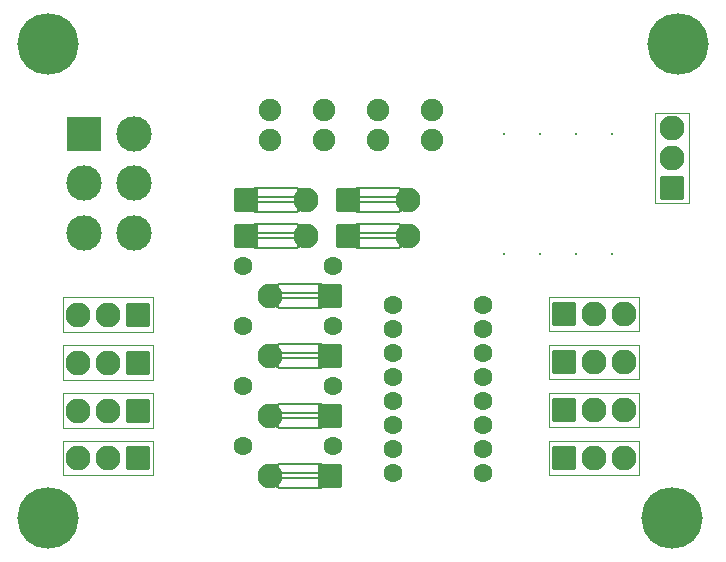
<source format=gts>
G04 Layer_Color=8388736*
%FSLAX44Y44*%
%MOMM*%
G71*
G01*
G75*
%ADD11C,0.1270*%
%ADD12C,0.0762*%
%ADD28C,2.1082*%
G04:AMPARAMS|DCode=29|XSize=2.1082mm|YSize=2.1082mm|CornerRadius=0.3397mm|HoleSize=0mm|Usage=FLASHONLY|Rotation=180.000|XOffset=0mm|YOffset=0mm|HoleType=Round|Shape=RoundedRectangle|*
%AMROUNDEDRECTD29*
21,1,2.1082,1.4287,0,0,180.0*
21,1,1.4287,2.1082,0,0,180.0*
1,1,0.6795,-0.7144,0.7144*
1,1,0.6795,0.7144,0.7144*
1,1,0.6795,0.7144,-0.7144*
1,1,0.6795,-0.7144,-0.7144*
%
%ADD29ROUNDEDRECTD29*%
G04:AMPARAMS|DCode=30|XSize=2.1082mm|YSize=2.1082mm|CornerRadius=0.3397mm|HoleSize=0mm|Usage=FLASHONLY|Rotation=90.000|XOffset=0mm|YOffset=0mm|HoleType=Round|Shape=RoundedRectangle|*
%AMROUNDEDRECTD30*
21,1,2.1082,1.4287,0,0,90.0*
21,1,1.4287,2.1082,0,0,90.0*
1,1,0.6795,0.7144,0.7144*
1,1,0.6795,0.7144,-0.7144*
1,1,0.6795,-0.7144,-0.7144*
1,1,0.6795,-0.7144,0.7144*
%
%ADD30ROUNDEDRECTD30*%
%ADD31C,5.2032*%
%ADD32C,1.6032*%
%ADD33C,0.2032*%
%ADD34C,1.9032*%
%ADD35R,3.0032X3.0032*%
%ADD36C,3.0032*%
D11*
X511084Y1068946D02*
G03*
X508403Y1063887I3354J-5018D01*
G01*
X508400Y1059550D02*
G03*
X511036Y1054536I6035J-27D01*
G01*
X558400Y1063890D02*
G03*
X555764Y1068904I-6035J27D01*
G01*
X555716Y1054494D02*
G03*
X558397Y1059553I-3354J5018D01*
G01*
X552073Y1071073D02*
G03*
X551400Y1071749I-899J-222D01*
G01*
X551590Y1063749D02*
G03*
X552073Y1071073I-109299J10891D01*
G01*
X515210Y1063749D02*
G03*
X514727Y1071073I-1662643J-106042D01*
G01*
X515400Y1071749D02*
G03*
X514727Y1071073I234J-906D01*
G01*
X551590Y1059691D02*
G03*
X552073Y1052367I1664497J106165D01*
G01*
X551400Y1051691D02*
G03*
X552073Y1052367I-234J906D01*
G01*
X514727Y1052367D02*
G03*
X515400Y1051691I899J222D01*
G01*
X515210Y1059691D02*
G03*
X514727Y1052367I109299J-10891D01*
G01*
X513867Y1063749D02*
G03*
X510900Y1066954I-13254J-9298D01*
G01*
X515400Y1071749D02*
G03*
X510900Y1067249I0J-4500D01*
G01*
X551400Y1051691D02*
G03*
X555900Y1056191I0J4500D01*
G01*
Y1067249D02*
G03*
X551400Y1071749I-4500J0D01*
G01*
X510900Y1056191D02*
G03*
X515400Y1051691I4500J0D01*
G01*
X508400Y1064720D02*
G03*
X508400Y1058720I0J-3000D01*
G01*
X558400D02*
G03*
X558400Y1064720I0J3000D01*
G01*
X424724Y1038466D02*
G03*
X422043Y1033407I3354J-5018D01*
G01*
X422040Y1029070D02*
G03*
X424676Y1024056I6035J-27D01*
G01*
X472040Y1033410D02*
G03*
X469404Y1038424I-6035J27D01*
G01*
X469356Y1024014D02*
G03*
X472037Y1029073I-3354J5018D01*
G01*
X465713Y1040593D02*
G03*
X465040Y1041269I-899J-222D01*
G01*
X465230Y1033269D02*
G03*
X465713Y1040593I-109299J10891D01*
G01*
X428850Y1033269D02*
G03*
X428367Y1040593I-1662643J-106042D01*
G01*
X429040Y1041269D02*
G03*
X428367Y1040593I234J-906D01*
G01*
X465230Y1029211D02*
G03*
X465713Y1021887I1664497J106165D01*
G01*
X465040Y1021211D02*
G03*
X465713Y1021887I-234J906D01*
G01*
X428367Y1021887D02*
G03*
X429040Y1021211I899J222D01*
G01*
X428850Y1029211D02*
G03*
X428367Y1021887I109299J-10891D01*
G01*
X427507Y1033269D02*
G03*
X424540Y1036473I-13254J-9298D01*
G01*
X429040Y1041269D02*
G03*
X424540Y1036769I0J-4500D01*
G01*
X465040Y1021211D02*
G03*
X469540Y1025711I0J4500D01*
G01*
Y1036769D02*
G03*
X465040Y1041269I-4500J0D01*
G01*
X424540Y1025711D02*
G03*
X429040Y1021211I4500J0D01*
G01*
X422040Y1034240D02*
G03*
X422040Y1028240I0J-3000D01*
G01*
X472040D02*
G03*
X472040Y1034240I0J3000D01*
G01*
X511084Y1038466D02*
G03*
X508403Y1033407I3354J-5018D01*
G01*
X508400Y1029070D02*
G03*
X511036Y1024056I6035J-27D01*
G01*
X558400Y1033410D02*
G03*
X555764Y1038424I-6035J27D01*
G01*
X555716Y1024014D02*
G03*
X558397Y1029073I-3354J5018D01*
G01*
X552073Y1040593D02*
G03*
X551400Y1041269I-899J-222D01*
G01*
X551590Y1033269D02*
G03*
X552073Y1040593I-109299J10891D01*
G01*
X515210Y1033269D02*
G03*
X514727Y1040593I-1662643J-106042D01*
G01*
X515400Y1041269D02*
G03*
X514727Y1040593I234J-906D01*
G01*
X551590Y1029211D02*
G03*
X552073Y1021887I1664497J106165D01*
G01*
X551400Y1021211D02*
G03*
X552073Y1021887I-234J906D01*
G01*
X514727Y1021887D02*
G03*
X515400Y1021211I899J222D01*
G01*
X515210Y1029211D02*
G03*
X514727Y1021887I109299J-10891D01*
G01*
X513867Y1033269D02*
G03*
X510900Y1036473I-13254J-9298D01*
G01*
X515400Y1041269D02*
G03*
X510900Y1036769I0J-4500D01*
G01*
X551400Y1021211D02*
G03*
X555900Y1025711I0J4500D01*
G01*
Y1036769D02*
G03*
X551400Y1041269I-4500J0D01*
G01*
X510900Y1025711D02*
G03*
X515400Y1021211I4500J0D01*
G01*
X508400Y1034240D02*
G03*
X508400Y1028240I0J-3000D01*
G01*
X558400D02*
G03*
X558400Y1034240I0J3000D01*
G01*
X424724Y1068946D02*
G03*
X422043Y1063887I3354J-5018D01*
G01*
X422040Y1059550D02*
G03*
X424676Y1054536I6035J-27D01*
G01*
X472040Y1063890D02*
G03*
X469404Y1068904I-6035J27D01*
G01*
X469356Y1054494D02*
G03*
X472037Y1059553I-3354J5018D01*
G01*
X465713Y1071073D02*
G03*
X465040Y1071749I-899J-222D01*
G01*
X465230Y1063749D02*
G03*
X465713Y1071073I-109299J10891D01*
G01*
X428850Y1063749D02*
G03*
X428367Y1071073I-1662643J-106042D01*
G01*
X429040Y1071749D02*
G03*
X428367Y1071073I234J-906D01*
G01*
X465230Y1059691D02*
G03*
X465713Y1052367I1664497J106165D01*
G01*
X465040Y1051691D02*
G03*
X465713Y1052367I-234J906D01*
G01*
X428367Y1052367D02*
G03*
X429040Y1051691I899J222D01*
G01*
X428850Y1059691D02*
G03*
X428367Y1052367I109299J-10891D01*
G01*
X427507Y1063749D02*
G03*
X424540Y1066954I-13254J-9298D01*
G01*
X429040Y1071749D02*
G03*
X424540Y1067249I0J-4500D01*
G01*
X465040Y1051691D02*
G03*
X469540Y1056191I0J4500D01*
G01*
Y1067249D02*
G03*
X465040Y1071749I-4500J0D01*
G01*
X424540Y1056191D02*
G03*
X429040Y1051691I4500J0D01*
G01*
X422040Y1064720D02*
G03*
X422040Y1058720I0J-3000D01*
G01*
X472040D02*
G03*
X472040Y1064720I0J3000D01*
G01*
X489676Y871614D02*
G03*
X492357Y876673I-3354J5018D01*
G01*
X492360Y881010D02*
G03*
X489724Y886024I-6035J27D01*
G01*
X442360Y876670D02*
G03*
X444996Y871656I6035J-27D01*
G01*
X445044Y886066D02*
G03*
X442363Y881007I3354J-5018D01*
G01*
X448687Y869487D02*
G03*
X449360Y868811I899J222D01*
G01*
X449170Y876811D02*
G03*
X448687Y869487I109299J-10891D01*
G01*
X485550Y876811D02*
G03*
X486033Y869487I1662643J106042D01*
G01*
X485360Y868811D02*
G03*
X486033Y869487I-234J906D01*
G01*
X449170Y880869D02*
G03*
X448687Y888193I-1664497J-106165D01*
G01*
X449360Y888869D02*
G03*
X448687Y888193I234J-906D01*
G01*
X486033Y888193D02*
G03*
X485360Y888869I-899J-222D01*
G01*
X485550Y880869D02*
G03*
X486033Y888193I-109299J10891D01*
G01*
X486893Y876811D02*
G03*
X489860Y873606I13254J9298D01*
G01*
X485360Y868811D02*
G03*
X489860Y873311I0J4500D01*
G01*
X449360Y888869D02*
G03*
X444860Y884369I0J-4500D01*
G01*
Y873311D02*
G03*
X449360Y868811I4500J0D01*
G01*
X489860Y884369D02*
G03*
X485360Y888869I-4500J0D01*
G01*
X492360Y875840D02*
G03*
X492360Y881840I0J3000D01*
G01*
X442360D02*
G03*
X442360Y875840I0J-3000D01*
G01*
X489676Y820814D02*
G03*
X492357Y825873I-3354J5018D01*
G01*
X492360Y830210D02*
G03*
X489724Y835224I-6035J27D01*
G01*
X442360Y825870D02*
G03*
X444996Y820856I6035J-27D01*
G01*
X445044Y835266D02*
G03*
X442363Y830207I3354J-5018D01*
G01*
X448687Y818687D02*
G03*
X449360Y818011I899J222D01*
G01*
X449170Y826011D02*
G03*
X448687Y818687I109299J-10891D01*
G01*
X485550Y826011D02*
G03*
X486033Y818687I1662643J106042D01*
G01*
X485360Y818011D02*
G03*
X486033Y818687I-234J906D01*
G01*
X449170Y830069D02*
G03*
X448687Y837393I-1664497J-106165D01*
G01*
X449360Y838069D02*
G03*
X448687Y837393I234J-906D01*
G01*
X486033Y837393D02*
G03*
X485360Y838069I-899J-222D01*
G01*
X485550Y830069D02*
G03*
X486033Y837393I-109299J10891D01*
G01*
X486893Y826011D02*
G03*
X489860Y822806I13254J9298D01*
G01*
X485360Y818011D02*
G03*
X489860Y822511I0J4500D01*
G01*
X449360Y838069D02*
G03*
X444860Y833569I0J-4500D01*
G01*
Y822511D02*
G03*
X449360Y818011I4500J0D01*
G01*
X489860Y833569D02*
G03*
X485360Y838069I-4500J0D01*
G01*
X492360Y825040D02*
G03*
X492360Y831040I0J3000D01*
G01*
X442360D02*
G03*
X442360Y825040I0J-3000D01*
G01*
X489676Y922414D02*
G03*
X492357Y927473I-3354J5018D01*
G01*
X492360Y931810D02*
G03*
X489724Y936824I-6035J27D01*
G01*
X442360Y927470D02*
G03*
X444996Y922456I6035J-27D01*
G01*
X445044Y936866D02*
G03*
X442363Y931807I3354J-5018D01*
G01*
X448687Y920287D02*
G03*
X449360Y919611I899J222D01*
G01*
X449170Y927611D02*
G03*
X448687Y920287I109299J-10891D01*
G01*
X485550Y927611D02*
G03*
X486033Y920287I1662643J106042D01*
G01*
X485360Y919611D02*
G03*
X486033Y920287I-234J906D01*
G01*
X449170Y931669D02*
G03*
X448687Y938993I-1664497J-106165D01*
G01*
X449360Y939669D02*
G03*
X448687Y938993I234J-906D01*
G01*
X486033Y938993D02*
G03*
X485360Y939669I-899J-222D01*
G01*
X485550Y931669D02*
G03*
X486033Y938993I-109299J10891D01*
G01*
X486893Y927611D02*
G03*
X489860Y924407I13254J9298D01*
G01*
X485360Y919611D02*
G03*
X489860Y924111I0J4500D01*
G01*
X449360Y939669D02*
G03*
X444860Y935169I0J-4500D01*
G01*
Y924111D02*
G03*
X449360Y919611I4500J0D01*
G01*
X489860Y935169D02*
G03*
X485360Y939669I-4500J0D01*
G01*
X492360Y926640D02*
G03*
X492360Y932640I0J3000D01*
G01*
X442360D02*
G03*
X442360Y926640I0J-3000D01*
G01*
X489676Y973214D02*
G03*
X492357Y978273I-3354J5018D01*
G01*
X492360Y982610D02*
G03*
X489724Y987624I-6035J27D01*
G01*
X442360Y978270D02*
G03*
X444996Y973256I6035J-27D01*
G01*
X445044Y987666D02*
G03*
X442363Y982607I3354J-5018D01*
G01*
X448687Y971087D02*
G03*
X449360Y970411I899J222D01*
G01*
X449170Y978411D02*
G03*
X448687Y971087I109299J-10891D01*
G01*
X485550Y978411D02*
G03*
X486033Y971087I1662643J106042D01*
G01*
X485360Y970411D02*
G03*
X486033Y971087I-234J906D01*
G01*
X449170Y982469D02*
G03*
X448687Y989793I-1664497J-106165D01*
G01*
X449360Y990469D02*
G03*
X448687Y989793I234J-906D01*
G01*
X486033Y989793D02*
G03*
X485360Y990469I-899J-222D01*
G01*
X485550Y982469D02*
G03*
X486033Y989793I-109299J10891D01*
G01*
X486893Y978411D02*
G03*
X489860Y975207I13254J9298D01*
G01*
X485360Y970411D02*
G03*
X489860Y974911I0J4500D01*
G01*
X449360Y990469D02*
G03*
X444860Y985969I0J-4500D01*
G01*
Y974911D02*
G03*
X449360Y970411I4500J0D01*
G01*
X489860Y985969D02*
G03*
X485360Y990469I-4500J0D01*
G01*
X492360Y977440D02*
G03*
X492360Y983440I0J3000D01*
G01*
X442360D02*
G03*
X442360Y977440I0J-3000D01*
G01*
X511082Y1054495D02*
X511150Y1054448D01*
X511353Y1054299D01*
X511101Y1068958D02*
X511340Y1069130D01*
X511085Y1068946D02*
X511101Y1068958D01*
X555650Y1068991D02*
X555721Y1068948D01*
X555447Y1069141D02*
X555650Y1068991D01*
X555460Y1054310D02*
X555699Y1054482D01*
X555715Y1054494D01*
X552933Y1059690D02*
X552962Y1059493D01*
X553068Y1059260D01*
X553257Y1059007D01*
X553466Y1058793D01*
X554133Y1058231D01*
X554745Y1057754D01*
X555265Y1057325D01*
X555647Y1056952D01*
X555835Y1056696D01*
X555900Y1056487D01*
X555801Y1066687D02*
X555900Y1066953D01*
X555499Y1066333D02*
X555801Y1066687D01*
X554969Y1065866D02*
X555499Y1066333D01*
X554234Y1065288D02*
X554969Y1065866D01*
X553855Y1064988D02*
X554234Y1065288D01*
X553464Y1064645D02*
X553855Y1064988D01*
X553231Y1064403D02*
X553464Y1064645D01*
X553023Y1064100D02*
X553231Y1064403D01*
X552950Y1063904D02*
X553023Y1064100D01*
X552933Y1063749D02*
X552950Y1063904D01*
X510900Y1056487D02*
X510925Y1056609D01*
X510999Y1056753D01*
X511125Y1056920D01*
X511301Y1057107D01*
X511540Y1057329D01*
X511831Y1057574D01*
X512176Y1057849D01*
X512566Y1058152D01*
X512942Y1058451D01*
X513336Y1058795D01*
X513454Y1058912D01*
X513569Y1059038D01*
X513679Y1059178D01*
X513777Y1059341D01*
X513818Y1059434D01*
X513850Y1059536D01*
X513863Y1059612D01*
X513867Y1059690D01*
X508400Y1059550D02*
X508403Y1063887D01*
X558397Y1059553D02*
X558400Y1063890D01*
X513867Y1063749D02*
X552933D01*
X515400Y1071749D02*
X551400D01*
X515400Y1051691D02*
X551400D01*
X513867Y1059690D02*
X552933D01*
X551590D02*
Y1063749D01*
X515210Y1059690D02*
Y1063749D01*
X513867Y1059690D02*
Y1063749D01*
X552933Y1059690D02*
Y1063749D01*
X555900Y1056190D02*
Y1067250D01*
X510900Y1056190D02*
Y1067250D01*
X424721Y1024015D02*
X424790Y1023969D01*
X424993Y1023819D01*
X424741Y1038477D02*
X424980Y1038650D01*
X424725Y1038466D02*
X424741Y1038477D01*
X469290Y1038512D02*
X469361Y1038468D01*
X469087Y1038661D02*
X469290Y1038512D01*
X469100Y1023830D02*
X469339Y1024003D01*
X469355Y1024014D01*
X466573Y1029211D02*
X466602Y1029013D01*
X466708Y1028780D01*
X466897Y1028527D01*
X467106Y1028313D01*
X467774Y1027750D01*
X468385Y1027274D01*
X468905Y1026845D01*
X469287Y1026472D01*
X469475Y1026216D01*
X469540Y1026007D01*
X469441Y1036207D02*
X469540Y1036473D01*
X469140Y1035853D02*
X469441Y1036207D01*
X468609Y1035386D02*
X469140Y1035853D01*
X467874Y1034808D02*
X468609Y1035386D01*
X467495Y1034509D02*
X467874Y1034808D01*
X467104Y1034165D02*
X467495Y1034509D01*
X466871Y1033923D02*
X467104Y1034165D01*
X466663Y1033620D02*
X466871Y1033923D01*
X466590Y1033424D02*
X466663Y1033620D01*
X466573Y1033270D02*
X466590Y1033424D01*
X424540Y1026007D02*
X424565Y1026130D01*
X424639Y1026273D01*
X424765Y1026440D01*
X424940Y1026627D01*
X425180Y1026849D01*
X425471Y1027094D01*
X425816Y1027368D01*
X426206Y1027672D01*
X426582Y1027971D01*
X426977Y1028315D01*
X427094Y1028432D01*
X427209Y1028558D01*
X427319Y1028699D01*
X427417Y1028860D01*
X427458Y1028953D01*
X427490Y1029056D01*
X427503Y1029132D01*
X427507Y1029211D01*
X422040Y1029070D02*
X422043Y1033407D01*
X472037Y1029073D02*
X472040Y1033410D01*
X427507Y1033270D02*
X466573D01*
X429040Y1041269D02*
X465040D01*
X429040Y1021211D02*
X465040D01*
X427507Y1029211D02*
X466573D01*
X465230D02*
Y1033270D01*
X428850Y1029211D02*
Y1033270D01*
X427507Y1029211D02*
Y1033270D01*
X466573Y1029211D02*
Y1033270D01*
X469540Y1025710D02*
Y1036770D01*
X424540Y1025710D02*
Y1036770D01*
X511082Y1024015D02*
X511150Y1023969D01*
X511353Y1023819D01*
X511101Y1038477D02*
X511340Y1038650D01*
X511085Y1038466D02*
X511101Y1038477D01*
X555650Y1038512D02*
X555721Y1038468D01*
X555447Y1038661D02*
X555650Y1038512D01*
X555460Y1023830D02*
X555699Y1024003D01*
X555715Y1024014D01*
X552933Y1029211D02*
X552962Y1029013D01*
X553068Y1028780D01*
X553257Y1028527D01*
X553466Y1028313D01*
X554133Y1027750D01*
X554745Y1027274D01*
X555265Y1026845D01*
X555647Y1026472D01*
X555835Y1026216D01*
X555900Y1026007D01*
X555801Y1036207D02*
X555900Y1036473D01*
X555499Y1035853D02*
X555801Y1036207D01*
X554969Y1035386D02*
X555499Y1035853D01*
X554234Y1034808D02*
X554969Y1035386D01*
X553855Y1034509D02*
X554234Y1034808D01*
X553464Y1034165D02*
X553855Y1034509D01*
X553231Y1033923D02*
X553464Y1034165D01*
X553023Y1033620D02*
X553231Y1033923D01*
X552950Y1033424D02*
X553023Y1033620D01*
X552933Y1033270D02*
X552950Y1033424D01*
X510900Y1026007D02*
X510925Y1026130D01*
X510999Y1026273D01*
X511125Y1026440D01*
X511301Y1026627D01*
X511540Y1026849D01*
X511831Y1027094D01*
X512176Y1027368D01*
X512566Y1027672D01*
X512942Y1027971D01*
X513336Y1028315D01*
X513454Y1028432D01*
X513569Y1028558D01*
X513679Y1028699D01*
X513777Y1028860D01*
X513818Y1028953D01*
X513850Y1029056D01*
X513863Y1029132D01*
X513867Y1029211D01*
X508400Y1029070D02*
X508403Y1033407D01*
X558397Y1029073D02*
X558400Y1033410D01*
X513867Y1033270D02*
X552933D01*
X515400Y1041269D02*
X551400D01*
X515400Y1021211D02*
X551400D01*
X513867Y1029211D02*
X552933D01*
X551590D02*
Y1033270D01*
X515210Y1029211D02*
Y1033270D01*
X513867Y1029211D02*
Y1033270D01*
X552933Y1029211D02*
Y1033270D01*
X555900Y1025710D02*
Y1036770D01*
X510900Y1025710D02*
Y1036770D01*
X424721Y1054495D02*
X424790Y1054448D01*
X424993Y1054299D01*
X424741Y1068958D02*
X424980Y1069130D01*
X424725Y1068946D02*
X424741Y1068958D01*
X469290Y1068991D02*
X469361Y1068948D01*
X469087Y1069141D02*
X469290Y1068991D01*
X469100Y1054310D02*
X469339Y1054482D01*
X469355Y1054494D01*
X466573Y1059690D02*
X466602Y1059493D01*
X466708Y1059260D01*
X466897Y1059007D01*
X467106Y1058793D01*
X467774Y1058231D01*
X468385Y1057754D01*
X468905Y1057325D01*
X469287Y1056952D01*
X469475Y1056696D01*
X469540Y1056487D01*
X469441Y1066687D02*
X469540Y1066953D01*
X469140Y1066333D02*
X469441Y1066687D01*
X468609Y1065866D02*
X469140Y1066333D01*
X467874Y1065288D02*
X468609Y1065866D01*
X467495Y1064988D02*
X467874Y1065288D01*
X467104Y1064645D02*
X467495Y1064988D01*
X466871Y1064403D02*
X467104Y1064645D01*
X466663Y1064100D02*
X466871Y1064403D01*
X466590Y1063904D02*
X466663Y1064100D01*
X466573Y1063749D02*
X466590Y1063904D01*
X424540Y1056487D02*
X424565Y1056609D01*
X424639Y1056753D01*
X424765Y1056920D01*
X424940Y1057107D01*
X425180Y1057329D01*
X425471Y1057574D01*
X425816Y1057849D01*
X426206Y1058152D01*
X426582Y1058451D01*
X426977Y1058795D01*
X427094Y1058912D01*
X427209Y1059038D01*
X427319Y1059178D01*
X427417Y1059341D01*
X427458Y1059434D01*
X427490Y1059536D01*
X427503Y1059612D01*
X427507Y1059690D01*
X422040Y1059550D02*
X422043Y1063887D01*
X472037Y1059553D02*
X472040Y1063890D01*
X427507Y1063749D02*
X466573D01*
X429040Y1071749D02*
X465040D01*
X429040Y1051691D02*
X465040D01*
X427507Y1059690D02*
X466573D01*
X465230D02*
Y1063749D01*
X428850Y1059690D02*
Y1063749D01*
X427507Y1059690D02*
Y1063749D01*
X466573Y1059690D02*
Y1063749D01*
X469540Y1056190D02*
Y1067250D01*
X424540Y1056190D02*
Y1067250D01*
X489610Y886112D02*
X489678Y886065D01*
X489407Y886261D02*
X489610Y886112D01*
X489420Y871430D02*
X489659Y871602D01*
X489675Y871614D01*
X445039Y871612D02*
X445110Y871569D01*
X445313Y871419D01*
X445061Y886077D02*
X445300Y886250D01*
X445045Y886066D02*
X445061Y886077D01*
X447798Y881067D02*
X447827Y880870D01*
X447692Y881300D02*
X447798Y881067D01*
X447503Y881553D02*
X447692Y881300D01*
X447294Y881767D02*
X447503Y881553D01*
X446627Y882329D02*
X447294Y881767D01*
X446015Y882806D02*
X446627Y882329D01*
X445495Y883235D02*
X446015Y882806D01*
X445113Y883608D02*
X445495Y883235D01*
X444925Y883864D02*
X445113Y883608D01*
X444860Y884073D02*
X444925Y883864D01*
X444860Y873607D02*
X444959Y873873D01*
X445261Y874227D01*
X445791Y874694D01*
X446526Y875272D01*
X446905Y875572D01*
X447296Y875915D01*
X447529Y876158D01*
X447737Y876460D01*
X447810Y876656D01*
X447827Y876811D01*
X489835Y883951D02*
X489860Y884073D01*
X489761Y883807D02*
X489835Y883951D01*
X489635Y883640D02*
X489761Y883807D01*
X489459Y883453D02*
X489635Y883640D01*
X489221Y883231D02*
X489459Y883453D01*
X488929Y882986D02*
X489221Y883231D01*
X488584Y882711D02*
X488929Y882986D01*
X488194Y882408D02*
X488584Y882711D01*
X487818Y882109D02*
X488194Y882408D01*
X487424Y881765D02*
X487818Y882109D01*
X487306Y881648D02*
X487424Y881765D01*
X487191Y881523D02*
X487306Y881648D01*
X487081Y881382D02*
X487191Y881523D01*
X486983Y881219D02*
X487081Y881382D01*
X486942Y881126D02*
X486983Y881219D01*
X486910Y881024D02*
X486942Y881126D01*
X486897Y880948D02*
X486910Y881024D01*
X486893Y880870D02*
X486897Y880948D01*
X492357Y876673D02*
X492360Y881010D01*
X442360Y876670D02*
X442363Y881007D01*
X447827Y876811D02*
X486893D01*
X449360Y868811D02*
X485360D01*
X449360Y888869D02*
X485360D01*
X447827Y880870D02*
X486893D01*
X449170Y876811D02*
Y880870D01*
X485550Y876811D02*
Y880870D01*
X486893Y876811D02*
Y880870D01*
X447827Y876811D02*
Y880870D01*
X444860Y873310D02*
Y884370D01*
X489860Y873310D02*
Y884370D01*
X489610Y835312D02*
X489678Y835265D01*
X489407Y835461D02*
X489610Y835312D01*
X489420Y820630D02*
X489659Y820803D01*
X489675Y820814D01*
X445039Y820812D02*
X445110Y820769D01*
X445313Y820619D01*
X445061Y835277D02*
X445300Y835450D01*
X445045Y835266D02*
X445061Y835277D01*
X447798Y830267D02*
X447827Y830070D01*
X447692Y830500D02*
X447798Y830267D01*
X447503Y830753D02*
X447692Y830500D01*
X447294Y830967D02*
X447503Y830753D01*
X446627Y831529D02*
X447294Y830967D01*
X446015Y832006D02*
X446627Y831529D01*
X445495Y832435D02*
X446015Y832006D01*
X445113Y832808D02*
X445495Y832435D01*
X444925Y833064D02*
X445113Y832808D01*
X444860Y833273D02*
X444925Y833064D01*
X444860Y822807D02*
X444959Y823073D01*
X445261Y823427D01*
X445791Y823894D01*
X446526Y824472D01*
X446905Y824771D01*
X447296Y825115D01*
X447529Y825358D01*
X447737Y825660D01*
X447810Y825856D01*
X447827Y826011D01*
X489835Y833150D02*
X489860Y833273D01*
X489761Y833007D02*
X489835Y833150D01*
X489635Y832840D02*
X489761Y833007D01*
X489459Y832653D02*
X489635Y832840D01*
X489221Y832431D02*
X489459Y832653D01*
X488929Y832186D02*
X489221Y832431D01*
X488584Y831911D02*
X488929Y832186D01*
X488194Y831608D02*
X488584Y831911D01*
X487818Y831309D02*
X488194Y831608D01*
X487424Y830965D02*
X487818Y831309D01*
X487306Y830848D02*
X487424Y830965D01*
X487191Y830723D02*
X487306Y830848D01*
X487081Y830582D02*
X487191Y830723D01*
X486983Y830419D02*
X487081Y830582D01*
X486942Y830327D02*
X486983Y830419D01*
X486910Y830224D02*
X486942Y830327D01*
X486897Y830148D02*
X486910Y830224D01*
X486893Y830070D02*
X486897Y830148D01*
X492357Y825873D02*
X492360Y830210D01*
X442360Y825870D02*
X442363Y830207D01*
X447827Y826011D02*
X486893D01*
X449360Y818011D02*
X485360D01*
X449360Y838069D02*
X485360D01*
X447827Y830070D02*
X486893D01*
X449170Y826011D02*
Y830070D01*
X485550Y826011D02*
Y830070D01*
X486893Y826011D02*
Y830070D01*
X447827Y826011D02*
Y830070D01*
X444860Y822510D02*
Y833570D01*
X489860Y822510D02*
Y833570D01*
X489610Y936911D02*
X489678Y936865D01*
X489407Y937061D02*
X489610Y936911D01*
X489420Y922230D02*
X489659Y922402D01*
X489675Y922414D01*
X445039Y922412D02*
X445110Y922368D01*
X445313Y922219D01*
X445061Y936878D02*
X445300Y937050D01*
X445045Y936866D02*
X445061Y936878D01*
X447798Y931867D02*
X447827Y931669D01*
X447692Y932100D02*
X447798Y931867D01*
X447503Y932353D02*
X447692Y932100D01*
X447294Y932567D02*
X447503Y932353D01*
X446627Y933130D02*
X447294Y932567D01*
X446015Y933606D02*
X446627Y933130D01*
X445495Y934035D02*
X446015Y933606D01*
X445113Y934408D02*
X445495Y934035D01*
X444925Y934664D02*
X445113Y934408D01*
X444860Y934873D02*
X444925Y934664D01*
X444860Y924407D02*
X444959Y924673D01*
X445261Y925027D01*
X445791Y925494D01*
X446526Y926072D01*
X446905Y926372D01*
X447296Y926715D01*
X447529Y926958D01*
X447737Y927261D01*
X447810Y927456D01*
X447827Y927610D01*
X489835Y934751D02*
X489860Y934873D01*
X489761Y934607D02*
X489835Y934751D01*
X489635Y934440D02*
X489761Y934607D01*
X489459Y934253D02*
X489635Y934440D01*
X489221Y934031D02*
X489459Y934253D01*
X488929Y933786D02*
X489221Y934031D01*
X488584Y933512D02*
X488929Y933786D01*
X488194Y933208D02*
X488584Y933512D01*
X487818Y932909D02*
X488194Y933208D01*
X487424Y932565D02*
X487818Y932909D01*
X487306Y932448D02*
X487424Y932565D01*
X487191Y932323D02*
X487306Y932448D01*
X487081Y932181D02*
X487191Y932323D01*
X486983Y932020D02*
X487081Y932181D01*
X486942Y931926D02*
X486983Y932020D01*
X486910Y931824D02*
X486942Y931926D01*
X486897Y931748D02*
X486910Y931824D01*
X486893Y931669D02*
X486897Y931748D01*
X492357Y927473D02*
X492360Y931810D01*
X442360Y927470D02*
X442363Y931807D01*
X447827Y927610D02*
X486893D01*
X449360Y919611D02*
X485360D01*
X449360Y939669D02*
X485360D01*
X447827Y931669D02*
X486893D01*
X449170Y927610D02*
Y931669D01*
X485550Y927610D02*
Y931669D01*
X486893Y927610D02*
Y931669D01*
X447827Y927610D02*
Y931669D01*
X444860Y924110D02*
Y935170D01*
X489860Y924110D02*
Y935170D01*
X489610Y987711D02*
X489678Y987665D01*
X489407Y987861D02*
X489610Y987711D01*
X489420Y973030D02*
X489659Y973203D01*
X489675Y973214D01*
X445039Y973212D02*
X445110Y973168D01*
X445313Y973019D01*
X445061Y987678D02*
X445300Y987850D01*
X445045Y987666D02*
X445061Y987678D01*
X447798Y982667D02*
X447827Y982469D01*
X447692Y982900D02*
X447798Y982667D01*
X447503Y983153D02*
X447692Y982900D01*
X447294Y983367D02*
X447503Y983153D01*
X446627Y983930D02*
X447294Y983367D01*
X446015Y984406D02*
X446627Y983930D01*
X445495Y984835D02*
X446015Y984406D01*
X445113Y985208D02*
X445495Y984835D01*
X444925Y985464D02*
X445113Y985208D01*
X444860Y985673D02*
X444925Y985464D01*
X444860Y975207D02*
X444959Y975473D01*
X445261Y975827D01*
X445791Y976294D01*
X446526Y976872D01*
X446905Y977171D01*
X447296Y977515D01*
X447529Y977758D01*
X447737Y978061D01*
X447810Y978256D01*
X447827Y978410D01*
X489835Y985551D02*
X489860Y985673D01*
X489761Y985407D02*
X489835Y985551D01*
X489635Y985240D02*
X489761Y985407D01*
X489459Y985053D02*
X489635Y985240D01*
X489221Y984831D02*
X489459Y985053D01*
X488929Y984586D02*
X489221Y984831D01*
X488584Y984312D02*
X488929Y984586D01*
X488194Y984008D02*
X488584Y984312D01*
X487818Y983709D02*
X488194Y984008D01*
X487424Y983365D02*
X487818Y983709D01*
X487306Y983248D02*
X487424Y983365D01*
X487191Y983123D02*
X487306Y983248D01*
X487081Y982981D02*
X487191Y983123D01*
X486983Y982820D02*
X487081Y982981D01*
X486942Y982727D02*
X486983Y982820D01*
X486910Y982624D02*
X486942Y982727D01*
X486897Y982548D02*
X486910Y982624D01*
X486893Y982469D02*
X486897Y982548D01*
X492357Y978273D02*
X492360Y982610D01*
X442360Y978270D02*
X442363Y982607D01*
X447827Y978410D02*
X486893D01*
X449360Y970411D02*
X485360D01*
X449360Y990469D02*
X485360D01*
X447827Y982469D02*
X486893D01*
X449170Y978410D02*
Y982469D01*
X485550Y978410D02*
Y982469D01*
X486893Y978410D02*
Y982469D01*
X447827Y978410D02*
Y982469D01*
X444860Y974910D02*
Y985970D01*
X489860Y974910D02*
Y985970D01*
D12*
X796918Y1059180D02*
Y1135380D01*
X767718D02*
X796918D01*
X767718Y1059180D02*
Y1135380D01*
Y1059180D02*
X796918D01*
X678180Y828682D02*
X754380D01*
Y857883D01*
X678180D02*
X754380D01*
X678180Y828682D02*
Y857883D01*
Y869322D02*
X754380D01*
Y898522D01*
X678180D02*
X754380D01*
X678180Y869322D02*
Y898522D01*
Y909962D02*
X754380D01*
Y939163D01*
X678180D02*
X754380D01*
X678180Y909962D02*
Y939163D01*
Y950602D02*
X754380D01*
Y979802D01*
X678180D02*
X754380D01*
X678180Y950602D02*
Y979802D01*
X266700Y857878D02*
X342900D01*
X266700Y828678D02*
Y857878D01*
Y828678D02*
X342900D01*
Y857878D01*
X266700Y897876D02*
X342900D01*
X266700Y868675D02*
Y897876D01*
Y868675D02*
X342900D01*
Y897876D01*
X266700Y938516D02*
X342900D01*
X266700Y909315D02*
Y938516D01*
Y909315D02*
X342900D01*
Y938516D01*
X266700Y979156D02*
X342900D01*
X266700Y949955D02*
Y979156D01*
Y949955D02*
X342900D01*
Y979156D01*
D28*
X782320Y1122680D02*
D03*
Y1097280D02*
D03*
X741680Y843280D02*
D03*
X716280D02*
D03*
X741680Y883920D02*
D03*
X716280D02*
D03*
X741680Y924560D02*
D03*
X716280D02*
D03*
X741680Y965200D02*
D03*
X716280D02*
D03*
X279400Y843280D02*
D03*
X304800D02*
D03*
X279400Y883278D02*
D03*
X304800D02*
D03*
X279400Y923918D02*
D03*
X304800D02*
D03*
X279400Y964558D02*
D03*
X304800D02*
D03*
X558400Y1061720D02*
D03*
X472040Y1031240D02*
D03*
X558400D02*
D03*
X472040Y1061720D02*
D03*
X442360Y878840D02*
D03*
Y828040D02*
D03*
Y929640D02*
D03*
Y980440D02*
D03*
D29*
X782320Y1071880D02*
D03*
X508400Y1061720D02*
D03*
X422040Y1031240D02*
D03*
X508400D02*
D03*
X422040Y1061720D02*
D03*
X492360Y878840D02*
D03*
Y828040D02*
D03*
Y929640D02*
D03*
Y980440D02*
D03*
D30*
X690880Y843280D02*
D03*
Y883920D02*
D03*
Y924560D02*
D03*
Y965200D02*
D03*
X330200Y843280D02*
D03*
Y883278D02*
D03*
Y923918D02*
D03*
Y964558D02*
D03*
D31*
X782320Y792480D02*
D03*
X254000D02*
D03*
X787400Y1193800D02*
D03*
X254000D02*
D03*
D32*
X622300Y830580D02*
D03*
X546100D02*
D03*
X622300Y871220D02*
D03*
X546100D02*
D03*
X622300Y911860D02*
D03*
X546100D02*
D03*
X622300Y952500D02*
D03*
X546100D02*
D03*
Y850900D02*
D03*
X622300D02*
D03*
X546100Y891540D02*
D03*
X622300D02*
D03*
X546100Y932180D02*
D03*
X622300D02*
D03*
X546100Y972820D02*
D03*
X622300D02*
D03*
X495300Y853440D02*
D03*
X419100D02*
D03*
X495300Y904240D02*
D03*
X419100D02*
D03*
X495300Y955040D02*
D03*
X419100D02*
D03*
X495300Y1005840D02*
D03*
X419100D02*
D03*
D33*
X731520Y1016000D02*
D03*
Y1117600D02*
D03*
X701040Y1016000D02*
D03*
Y1117600D02*
D03*
X670560Y1016000D02*
D03*
Y1117600D02*
D03*
X640080Y1016000D02*
D03*
Y1117600D02*
D03*
D34*
X579120Y1137920D02*
D03*
Y1112520D02*
D03*
X533400Y1137920D02*
D03*
Y1112520D02*
D03*
X487680Y1137920D02*
D03*
Y1112520D02*
D03*
X441960Y1137920D02*
D03*
Y1112520D02*
D03*
D35*
X284480Y1117600D02*
D03*
D36*
Y1075600D02*
D03*
Y1033600D02*
D03*
X326480Y1117600D02*
D03*
Y1075600D02*
D03*
Y1033600D02*
D03*
M02*

</source>
